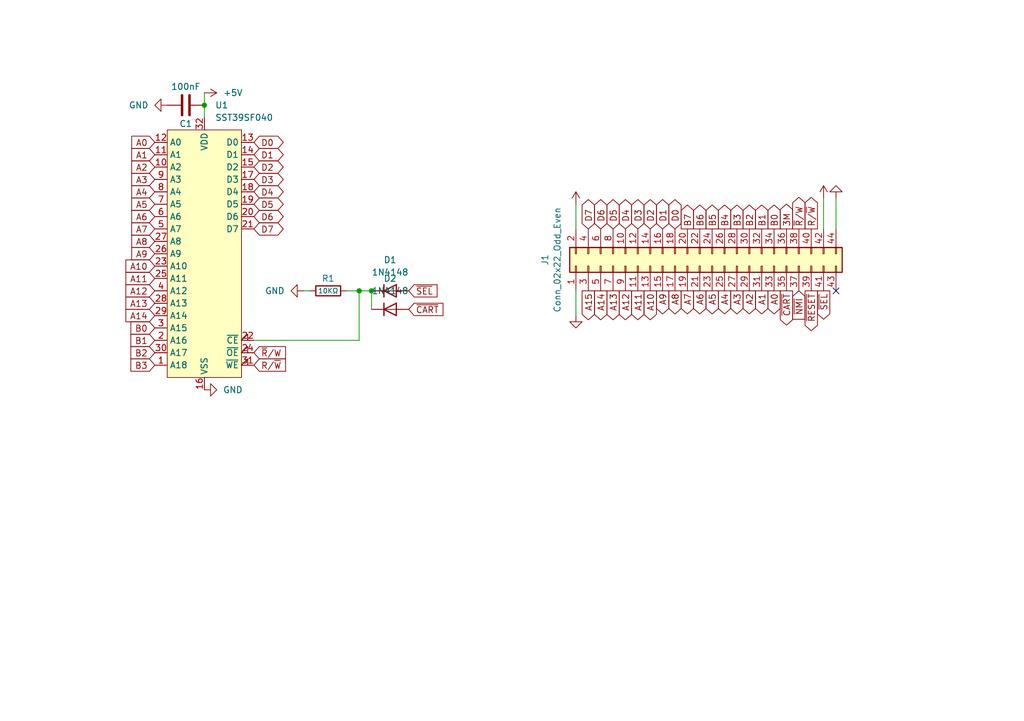
<source format=kicad_sch>
(kicad_sch (version 20230121) (generator eeschema)
  (paper "A5")
  (lib_symbols
    (symbol "Connector_Generic:Conn_02x22_Odd_Even" (pin_names (offset 1.016) hide)
      (property "Reference" "J" (at 1.27 27.94 0))
      (property "Value" "Conn_02x22_Odd_Even" (at 1.27 -30.48 0))
      (symbol "Conn_02x22_Odd_Even_1_1"
        (rectangle (start -1.27 -27.813) (end 0 -28.067) (stroke (width 0.1524)))
        (rectangle (start -1.27 -25.273) (end 0 -25.527) (stroke (width 0.1524)))
        (rectangle (start -1.27 -22.733) (end 0 -22.987) (stroke (width 0.1524)))
        (rectangle (start -1.27 -20.193) (end 0 -20.447) (stroke (width 0.1524)))
        (rectangle (start -1.27 -17.653) (end 0 -17.907) (stroke (width 0.1524)))
        (rectangle (start -1.27 -15.113) (end 0 -15.367) (stroke (width 0.1524)))
        (rectangle (start -1.27 -12.573) (end 0 -12.827) (stroke (width 0.1524)))
        (rectangle (start -1.27 -10.033) (end 0 -10.287) (stroke (width 0.1524)))
        (rectangle (start -1.27 -7.493) (end 0 -7.747) (stroke (width 0.1524)))
        (rectangle (start -1.27 -4.953) (end 0 -5.207) (stroke (width 0.1524)))
        (rectangle (start -1.27 -2.413) (end 0 -2.667) (stroke (width 0.1524)))
        (rectangle (start -1.27 0.127) (end 0 -0.127) (stroke (width 0.1524)))
        (rectangle (start -1.27 2.667) (end 0 2.413) (stroke (width 0.1524)))
        (rectangle (start -1.27 5.207) (end 0 4.953) (stroke (width 0.1524)))
        (rectangle (start -1.27 7.747) (end 0 7.493) (stroke (width 0.1524)))
        (rectangle (start -1.27 10.287) (end 0 10.033) (stroke (width 0.1524)))
        (rectangle (start -1.27 12.827) (end 0 12.573) (stroke (width 0.1524)))
        (rectangle (start -1.27 15.367) (end 0 15.113) (stroke (width 0.1524)))
        (rectangle (start -1.27 17.907) (end 0 17.653) (stroke (width 0.1524)))
        (rectangle (start -1.27 20.447) (end 0 20.193) (stroke (width 0.1524)))
        (rectangle (start -1.27 22.987) (end 0 22.733) (stroke (width 0.1524)))
        (rectangle (start -1.27 25.527) (end 0 25.273) (stroke (width 0.1524)))
        (rectangle (start -1.27 26.67) (end 3.81 -29.21) (stroke (width 0.254)) (fill (type background)))
        (rectangle (start 3.81 -27.813) (end 2.54 -28.067) (stroke (width 0.1524)))
        (rectangle (start 3.81 -25.273) (end 2.54 -25.527) (stroke (width 0.1524)))
        (rectangle (start 3.81 -22.733) (end 2.54 -22.987) (stroke (width 0.1524)))
        (rectangle (start 3.81 -20.193) (end 2.54 -20.447) (stroke (width 0.1524)))
        (rectangle (start 3.81 -17.653) (end 2.54 -17.907) (stroke (width 0.1524)))
        (rectangle (start 3.81 -15.113) (end 2.54 -15.367) (stroke (width 0.1524)))
        (rectangle (start 3.81 -12.573) (end 2.54 -12.827) (stroke (width 0.1524)))
        (rectangle (start 3.81 -10.033) (end 2.54 -10.287) (stroke (width 0.1524)))
        (rectangle (start 3.81 -7.493) (end 2.54 -7.747) (stroke (width 0.1524)))
        (rectangle (start 3.81 -4.953) (end 2.54 -5.207) (stroke (width 0.1524)))
        (rectangle (start 3.81 -2.413) (end 2.54 -2.667) (stroke (width 0.1524)))
        (rectangle (start 3.81 0.127) (end 2.54 -0.127) (stroke (width 0.1524)))
        (rectangle (start 3.81 2.667) (end 2.54 2.413) (stroke (width 0.1524)))
        (rectangle (start 3.81 5.207) (end 2.54 4.953) (stroke (width 0.1524)))
        (rectangle (start 3.81 7.747) (end 2.54 7.493) (stroke (width 0.1524)))
        (rectangle (start 3.81 10.287) (end 2.54 10.033) (stroke (width 0.1524)))
        (rectangle (start 3.81 12.827) (end 2.54 12.573) (stroke (width 0.1524)))
        (rectangle (start 3.81 15.367) (end 2.54 15.113) (stroke (width 0.1524)))
        (rectangle (start 3.81 17.907) (end 2.54 17.653) (stroke (width 0.1524)))
        (rectangle (start 3.81 20.447) (end 2.54 20.193) (stroke (width 0.1524)))
        (rectangle (start 3.81 22.987) (end 2.54 22.733) (stroke (width 0.1524)))
        (rectangle (start 3.81 25.527) (end 2.54 25.273) (stroke (width 0.1524)))
        (pin passive line (at -5.08 25.4 0) (length 3.81) (name "Pin_1") (number "1"))
        (pin passive line (at 7.62 15.24 180) (length 3.81) (name "Pin_10") (number "10"))
        (pin passive line (at -5.08 12.7 0) (length 3.81) (name "Pin_11") (number "11"))
        (pin passive line (at 7.62 12.7 180) (length 3.81) (name "Pin_12") (number "12"))
        (pin passive line (at -5.08 10.16 0) (length 3.81) (name "Pin_13") (number "13"))
        (pin passive line (at 7.62 10.16 180) (length 3.81) (name "Pin_14") (number "14"))
        (pin passive line (at -5.08 7.62 0) (length 3.81) (name "Pin_15") (number "15"))
        (pin passive line (at 7.62 7.62 180) (length 3.81) (name "Pin_16") (number "16"))
        (pin passive line (at -5.08 5.08 0) (length 3.81) (name "Pin_17") (number "17"))
        (pin passive line (at 7.62 5.08 180) (length 3.81) (name "Pin_18") (number "18"))
        (pin passive line (at -5.08 2.54 0) (length 3.81) (name "Pin_19") (number "19"))
        (pin passive line (at 7.62 25.4 180) (length 3.81) (name "Pin_2") (number "2"))
        (pin passive line (at 7.62 2.54 180) (length 3.81) (name "Pin_20") (number "20"))
        (pin passive line (at -5.08 0 0) (length 3.81) (name "Pin_21") (number "21"))
        (pin passive line (at 7.62 0 180) (length 3.81) (name "Pin_22") (number "22"))
        (pin passive line (at -5.08 -2.54 0) (length 3.81) (name "Pin_23") (number "23"))
        (pin passive line (at 7.62 -2.54 180) (length 3.81) (name "Pin_24") (number "24"))
        (pin passive line (at -5.08 -5.08 0) (length 3.81) (name "Pin_25") (number "25"))
        (pin passive line (at 7.62 -5.08 180) (length 3.81) (name "Pin_26") (number "26"))
        (pin passive line (at -5.08 -7.62 0) (length 3.81) (name "Pin_27") (number "27"))
        (pin passive line (at 7.62 -7.62 180) (length 3.81) (name "Pin_28") (number "28"))
        (pin passive line (at -5.08 -10.16 0) (length 3.81) (name "Pin_29") (number "29"))
        (pin passive line (at -5.08 22.86 0) (length 3.81) (name "Pin_3") (number "3"))
        (pin passive line (at 7.62 -10.16 180) (length 3.81) (name "Pin_30") (number "30"))
        (pin passive line (at -5.08 -12.7 0) (length 3.81) (name "Pin_31") (number "31"))
        (pin passive line (at 7.62 -12.7 180) (length 3.81) (name "Pin_32") (number "32"))
        (pin passive line (at -5.08 -15.24 0) (length 3.81) (name "Pin_33") (number "33"))
        (pin passive line (at 7.62 -15.24 180) (length 3.81) (name "Pin_34") (number "34"))
        (pin passive line (at -5.08 -17.78 0) (length 3.81) (name "Pin_35") (number "35"))
        (pin passive line (at 7.62 -17.78 180) (length 3.81) (name "Pin_36") (number "36"))
        (pin passive line (at -5.08 -20.32 0) (length 3.81) (name "Pin_37") (number "37"))
        (pin passive line (at 7.62 -20.32 180) (length 3.81) (name "Pin_38") (number "38"))
        (pin passive line (at -5.08 -22.86 0) (length 3.81) (name "Pin_39") (number "39"))
        (pin passive line (at 7.62 22.86 180) (length 3.81) (name "Pin_4") (number "4"))
        (pin passive line (at 7.62 -22.86 180) (length 3.81) (name "Pin_40") (number "40"))
        (pin passive line (at -5.08 -25.4 0) (length 3.81) (name "Pin_41") (number "41"))
        (pin passive line (at 7.62 -25.4 180) (length 3.81) (name "Pin_42") (number "42"))
        (pin passive line (at -5.08 -27.94 0) (length 3.81) (name "Pin_43") (number "43"))
        (pin passive line (at 7.62 -27.94 180) (length 3.81) (name "Pin_44") (number "44"))
        (pin passive line (at -5.08 20.32 0) (length 3.81) (name "Pin_5") (number "5"))
        (pin passive line (at 7.62 20.32 180) (length 3.81) (name "Pin_6") (number "6"))
        (pin passive line (at -5.08 17.78 0) (length 3.81) (name "Pin_7") (number "7"))
        (pin passive line (at 7.62 17.78 180) (length 3.81) (name "Pin_8") (number "8"))
        (pin passive line (at -5.08 15.24 0) (length 3.81) (name "Pin_9") (number "9"))
      )
    )
    (symbol "Device:C" (pin_numbers hide) (pin_names (offset 0.254))
      (property "Reference" "C" (at 0.635 2.54 0))
      (property "Value" "C" (at 0.635 -2.54 0))
      (symbol "C_0_1"
        (polyline (pts (xy -2.032 -0.762) (xy 2.032 -0.762)) (stroke (width 0.508)))
        (polyline (pts (xy -2.032 0.762) (xy 2.032 0.762)) (stroke (width 0.508)))
      )
      (symbol "C_1_1"
        (pin passive line (at 0 3.81 270) (length 2.794) (name "~") (number "1"))
        (pin passive line (at 0 -3.81 90) (length 2.794) (name "~") (number "2"))
      )
    )
    (symbol "Device:R" (pin_numbers hide) (pin_names (offset 0))
      (property "Reference" "R" (at 2.032 0 90))
      (property "Value" "R" (at 0 0 90))
      (symbol "R_0_1"
        (rectangle (start -1.016 -2.54) (end 1.016 2.54) (stroke (width 0.254)))
      )
      (symbol "R_1_1"
        (pin passive line (at 0 3.81 270) (length 1.27) (name "~") (number "1"))
        (pin passive line (at 0 -3.81 90) (length 1.27) (name "~") (number "2"))
      )
    )
    (symbol "Diode:1N4148" (pin_numbers hide) (pin_names hide)
      (property "Reference" "D" (at 0 2.54 0))
      (property "Value" "1N4148" (at 0 -2.54 0))
      (symbol "1N4148_0_1"
        (polyline (pts (xy -1.27 1.27) (xy -1.27 -1.27)) (stroke (width 0.254)))
        (polyline (pts (xy 1.27 0) (xy -1.27 0)))
        (polyline (pts (xy 1.27 1.27) (xy 1.27 -1.27) (xy -1.27 0) (xy 1.27 1.27)) (stroke (width 0.254)))
      )
      (symbol "1N4148_1_1"
        (pin passive line (at -3.81 0 0) (length 2.54) (name "K") (number "1"))
        (pin passive line (at 3.81 0 180) (length 2.54) (name "A") (number "2"))
      )
    )
    (symbol "Memory_Lib:SST39SF040"
      (property "Reference" "U" (at 11.43 54.61 0))
      (property "Value" "SST39SF040" (at 19.05 52.07 0))
      (symbol "SST39SF040_1_1"
        (rectangle (start 0 50.8) (end 15.24 0) (fill (type background)))
        (pin input line (at -2.54 2.54 0) (length 2.54) (name "A18") (number "1"))
        (pin input line (at -2.54 43.18 0) (length 2.54) (name "A2") (number "10"))
        (pin input line (at -2.54 45.72 0) (length 2.54) (name "A1") (number "11"))
        (pin input line (at -2.54 48.26 0) (length 2.54) (name "A0") (number "12"))
        (pin bidirectional line (at 17.78 48.26 180) (length 2.54) (name "D0") (number "13"))
        (pin bidirectional line (at 17.78 45.72 180) (length 2.54) (name "D1") (number "14"))
        (pin bidirectional line (at 17.78 43.18 180) (length 2.54) (name "D2") (number "15"))
        (pin power_in line (at 7.62 -2.54 90) (length 2.54) (name "VSS") (number "16"))
        (pin bidirectional line (at 17.78 40.64 180) (length 2.54) (name "D3") (number "17"))
        (pin bidirectional line (at 17.78 38.1 180) (length 2.54) (name "D4") (number "18"))
        (pin bidirectional line (at 17.78 35.56 180) (length 2.54) (name "D5") (number "19"))
        (pin input line (at -2.54 7.62 0) (length 2.54) (name "A16") (number "2"))
        (pin bidirectional line (at 17.78 33.02 180) (length 2.54) (name "D6") (number "20"))
        (pin bidirectional line (at 17.78 30.48 180) (length 2.54) (name "D7") (number "21"))
        (pin input input_low (at 17.78 7.62 180) (length 2.54) (name "~{CE}") (number "22"))
        (pin input line (at -2.54 22.86 0) (length 2.54) (name "A10") (number "23"))
        (pin input input_low (at 17.78 5.08 180) (length 2.54) (name "~{OE}") (number "24"))
        (pin input line (at -2.54 20.32 0) (length 2.54) (name "A11") (number "25"))
        (pin input line (at -2.54 25.4 0) (length 2.54) (name "A9") (number "26"))
        (pin input line (at -2.54 27.94 0) (length 2.54) (name "A8") (number "27"))
        (pin input line (at -2.54 15.24 0) (length 2.54) (name "A13") (number "28"))
        (pin input line (at -2.54 12.7 0) (length 2.54) (name "A14") (number "29"))
        (pin input line (at -2.54 10.16 0) (length 2.54) (name "A15") (number "3"))
        (pin input line (at -2.54 5.08 0) (length 2.54) (name "A17") (number "30"))
        (pin input input_low (at 17.78 2.54 180) (length 2.54) (name "~{WE}") (number "31"))
        (pin power_in line (at 7.62 53.34 270) (length 2.54) (name "VDD") (number "32"))
        (pin input line (at -2.54 17.78 0) (length 2.54) (name "A12") (number "4"))
        (pin input line (at -2.54 30.48 0) (length 2.54) (name "A7") (number "5"))
        (pin input line (at -2.54 33.02 0) (length 2.54) (name "A6") (number "6"))
        (pin input line (at -2.54 35.56 0) (length 2.54) (name "A5") (number "7"))
        (pin input line (at -2.54 38.1 0) (length 2.54) (name "A4") (number "8"))
        (pin input line (at -2.54 40.64 0) (length 2.54) (name "A3") (number "9"))
      )
    )
    (symbol "power:+5V" (power) (pin_names (offset 0))
      (property "Value" "+5V" (at 0 3.556 0))
      (symbol "+5V_0_1"
        (polyline (pts (xy -0.762 1.27) (xy 0 2.54)))
        (polyline (pts (xy 0 0) (xy 0 2.54)))
        (polyline (pts (xy 0 2.54) (xy 0.762 1.27)))
      )
      (symbol "+5V_1_1"
        (pin power_in line (at 0 0 90) (length 0) hide (name "+5V") (number "1"))
      )
    )
    (symbol "power:GND" (power) (pin_names (offset 0))
      (property "Value" "GND" (at 0 -3.81 0))
      (symbol "GND_0_1"
        (polyline (pts (xy 0 0) (xy 0 -1.27) (xy 1.27 -1.27) (xy 0 -2.54) (xy -1.27 -1.27) (xy 0 -1.27)))
      )
      (symbol "GND_1_1"
        (pin power_in line (at 0 0 270) (length 0) hide (name "GND") (number "1"))
      )
    )
  )
  (junction (at 76.2 59.69))
  (junction (at 73.66 59.69))
  (junction (at 41.91 21.59))
  (no_connect (at 171.45 59.69))
  (wire (pts (xy 52.07 69.85) (xy 73.66 69.85)))
  (wire (pts (xy 118.11 41.91) (xy 118.11 46.99)))
  (wire (pts (xy 41.91 21.59) (xy 41.91 24.13)))
  (wire (pts (xy 76.2 59.69) (xy 76.2 63.5)))
  (wire (pts (xy 71.12 59.69) (xy 73.66 59.69)))
  (wire (pts (xy 73.66 59.69) (xy 76.2 59.69)))
  (wire (pts (xy 168.91 40.64) (xy 168.91 46.99)))
  (wire (pts (xy 63.5 59.69) (xy 62.23 59.69)))
  (wire (pts (xy 171.45 40.64) (xy 171.45 46.99)))
  (wire (pts (xy 73.66 69.85) (xy 73.66 59.69)))
  (wire (pts (xy 118.11 64.77) (xy 118.11 59.69)))
  (wire (pts (xy 41.91 19.05) (xy 41.91 21.59)))
  (global_label "A3" (shape output) (at 151.13 59.69 270) (property "Intersheetrefs" "${INTERSHEET_REFS}" (effects hide)))
  (global_label "A8" (shape input) (at 31.75 49.53 180) (property "Intersheetrefs" "${INTERSHEET_REFS}" (effects hide)))
  (global_label "D0" (shape bidirectional) (at 52.07 29.21 0) (property "Intersheetrefs" "${INTERSHEET_REFS}" (effects hide)))
  (global_label "A11" (shape output) (at 130.81 59.69 270) (property "Intersheetrefs" "${INTERSHEET_REFS}" (effects hide)))
  (global_label "A6" (shape input) (at 31.75 44.45 180) (property "Intersheetrefs" "${INTERSHEET_REFS}" (effects hide)))
  (global_label "D4" (shape bidirectional) (at 52.07 39.37 0) (property "Intersheetrefs" "${INTERSHEET_REFS}" (effects hide)))
  (global_label "A4" (shape output) (at 148.59 59.69 270) (property "Intersheetrefs" "${INTERSHEET_REFS}" (effects hide)))
  (global_label "D2" (shape bidirectional) (at 52.07 34.29 0) (property "Intersheetrefs" "${INTERSHEET_REFS}" (effects hide)))
  (global_label "D1" (shape bidirectional) (at 52.07 31.75 0) (property "Intersheetrefs" "${INTERSHEET_REFS}" (effects hide)))
  (global_label "D3" (shape bidirectional) (at 130.81 46.99 90) (property "Intersheetrefs" "${INTERSHEET_REFS}" (effects hide)))
  (global_label "R{slash}~{W}" (shape output) (at 166.37 46.99 90) (property "Intersheetrefs" "${INTERSHEET_REFS}" (effects hide)))
  (global_label "D4" (shape bidirectional) (at 128.27 46.99 90) (property "Intersheetrefs" "${INTERSHEET_REFS}" (effects hide)))
  (global_label "A7" (shape input) (at 31.75 46.99 180) (property "Intersheetrefs" "${INTERSHEET_REFS}" (effects hide)))
  (global_label "R{slash}~{W}" (shape input) (at 52.07 74.93 0) (property "Intersheetrefs" "${INTERSHEET_REFS}" (effects hide)))
  (global_label "~{CART}" (shape output) (at 161.29 59.69 270) (property "Intersheetrefs" "${INTERSHEET_REFS}" (effects hide)))
  (global_label "A0" (shape input) (at 31.75 29.21 180) (property "Intersheetrefs" "${INTERSHEET_REFS}" (effects hide)))
  (global_label "A4" (shape input) (at 31.75 39.37 180) (property "Intersheetrefs" "${INTERSHEET_REFS}" (effects hide)))
  (global_label "~{R}{slash}W" (shape output) (at 163.83 46.99 90) (property "Intersheetrefs" "${INTERSHEET_REFS}" (effects hide)))
  (global_label "A13" (shape output) (at 125.73 59.69 270) (property "Intersheetrefs" "${INTERSHEET_REFS}" (effects hide)))
  (global_label "A0" (shape output) (at 158.75 59.69 270) (property "Intersheetrefs" "${INTERSHEET_REFS}" (effects hide)))
  (global_label "~{CART}" (shape input) (at 83.82 63.5 0) (property "Intersheetrefs" "${INTERSHEET_REFS}" (effects hide)))
  (global_label "D7" (shape bidirectional) (at 120.65 46.99 90) (property "Intersheetrefs" "${INTERSHEET_REFS}" (effects hide)))
  (global_label "B4" (shape output) (at 148.59 46.99 90) (property "Intersheetrefs" "${INTERSHEET_REFS}" (effects hide)))
  (global_label "B2" (shape input) (at 31.75 72.39 180) (property "Intersheetrefs" "${INTERSHEET_REFS}" (effects hide)))
  (global_label "A2" (shape output) (at 153.67 59.69 270) (property "Intersheetrefs" "${INTERSHEET_REFS}" (effects hide)))
  (global_label "~{SEL}" (shape output) (at 168.91 59.69 270) (property "Intersheetrefs" "${INTERSHEET_REFS}" (effects hide)))
  (global_label "B0" (shape input) (at 31.75 67.31 180) (property "Intersheetrefs" "${INTERSHEET_REFS}" (effects hide)))
  (global_label "A5" (shape input) (at 31.75 41.91 180) (property "Intersheetrefs" "${INTERSHEET_REFS}" (effects hide)))
  (global_label "B0" (shape output) (at 158.75 46.99 90) (property "Intersheetrefs" "${INTERSHEET_REFS}" (effects hide)))
  (global_label "A6" (shape output) (at 143.51 59.69 270) (property "Intersheetrefs" "${INTERSHEET_REFS}" (effects hide)))
  (global_label "A1" (shape input) (at 31.75 31.75 180) (property "Intersheetrefs" "${INTERSHEET_REFS}" (effects hide)))
  (global_label "~{R}{slash}W" (shape input) (at 52.07 72.39 0) (property "Intersheetrefs" "${INTERSHEET_REFS}" (effects hide)))
  (global_label "D1" (shape bidirectional) (at 135.89 46.99 90) (property "Intersheetrefs" "${INTERSHEET_REFS}" (effects hide)))
  (global_label "B7" (shape output) (at 140.97 46.99 90) (property "Intersheetrefs" "${INTERSHEET_REFS}" (effects hide)))
  (global_label "D3" (shape bidirectional) (at 52.07 36.83 0) (property "Intersheetrefs" "${INTERSHEET_REFS}" (effects hide)))
  (global_label "D7" (shape bidirectional) (at 52.07 46.99 0) (property "Intersheetrefs" "${INTERSHEET_REFS}" (effects hide)))
  (global_label "A12" (shape output) (at 128.27 59.69 270) (property "Intersheetrefs" "${INTERSHEET_REFS}" (effects hide)))
  (global_label "A12" (shape input) (at 31.75 59.69 180) (property "Intersheetrefs" "${INTERSHEET_REFS}" (effects hide)))
  (global_label "B2" (shape output) (at 153.67 46.99 90) (property "Intersheetrefs" "${INTERSHEET_REFS}" (effects hide)))
  (global_label "B1" (shape output) (at 156.21 46.99 90) (property "Intersheetrefs" "${INTERSHEET_REFS}" (effects hide)))
  (global_label "D5" (shape bidirectional) (at 52.07 41.91 0) (property "Intersheetrefs" "${INTERSHEET_REFS}" (effects hide)))
  (global_label "A14" (shape input) (at 31.75 64.77 180) (property "Intersheetrefs" "${INTERSHEET_REFS}" (effects hide)))
  (global_label "A15" (shape output) (at 120.65 59.69 270) (property "Intersheetrefs" "${INTERSHEET_REFS}" (effects hide)))
  (global_label "A7" (shape output) (at 140.97 59.69 270) (property "Intersheetrefs" "${INTERSHEET_REFS}" (effects hide)))
  (global_label "D2" (shape bidirectional) (at 133.35 46.99 90) (property "Intersheetrefs" "${INTERSHEET_REFS}" (effects hide)))
  (global_label "A8" (shape output) (at 138.43 59.69 270) (property "Intersheetrefs" "${INTERSHEET_REFS}" (effects hide)))
  (global_label "B6" (shape output) (at 143.51 46.99 90) (property "Intersheetrefs" "${INTERSHEET_REFS}" (effects hide)))
  (global_label "A9" (shape output) (at 135.89 59.69 270) (property "Intersheetrefs" "${INTERSHEET_REFS}" (effects hide)))
  (global_label "A1" (shape output) (at 156.21 59.69 270) (property "Intersheetrefs" "${INTERSHEET_REFS}" (effects hide)))
  (global_label "D5" (shape bidirectional) (at 125.73 46.99 90) (property "Intersheetrefs" "${INTERSHEET_REFS}" (effects hide)))
  (global_label "~{RESET}" (shape output) (at 166.37 59.69 270) (property "Intersheetrefs" "${INTERSHEET_REFS}" (effects hide)))
  (global_label "D6" (shape bidirectional) (at 123.19 46.99 90) (property "Intersheetrefs" "${INTERSHEET_REFS}" (effects hide)))
  (global_label "A9" (shape input) (at 31.75 52.07 180) (property "Intersheetrefs" "${INTERSHEET_REFS}" (effects hide)))
  (global_label "~{NMI}" (shape input) (at 163.83 59.69 270) (property "Intersheetrefs" "${INTERSHEET_REFS}" (effects hide)))
  (global_label "A10" (shape output) (at 133.35 59.69 270) (property "Intersheetrefs" "${INTERSHEET_REFS}" (effects hide)))
  (global_label "B3" (shape input) (at 31.75 74.93 180) (property "Intersheetrefs" "${INTERSHEET_REFS}" (effects hide)))
  (global_label "A14" (shape output) (at 123.19 59.69 270) (property "Intersheetrefs" "${INTERSHEET_REFS}" (effects hide)))
  (global_label "D6" (shape bidirectional) (at 52.07 44.45 0) (property "Intersheetrefs" "${INTERSHEET_REFS}" (effects hide)))
  (global_label "A5" (shape output) (at 146.05 59.69 270) (property "Intersheetrefs" "${INTERSHEET_REFS}" (effects hide)))
  (global_label "B1" (shape input) (at 31.75 69.85 180) (property "Intersheetrefs" "${INTERSHEET_REFS}" (effects hide)))
  (global_label "3M" (shape output) (at 161.29 46.99 90) (property "Intersheetrefs" "${INTERSHEET_REFS}" (effects hide)))
  (global_label "A11" (shape input) (at 31.75 57.15 180) (property "Intersheetrefs" "${INTERSHEET_REFS}" (effects hide)))
  (global_label "A10" (shape input) (at 31.75 54.61 180) (property "Intersheetrefs" "${INTERSHEET_REFS}" (effects hide)))
  (global_label "B3" (shape output) (at 151.13 46.99 90) (property "Intersheetrefs" "${INTERSHEET_REFS}" (effects hide)))
  (global_label "B5" (shape output) (at 146.05 46.99 90) (property "Intersheetrefs" "${INTERSHEET_REFS}" (effects hide)))
  (global_label "D0" (shape bidirectional) (at 138.43 46.99 90) (property "Intersheetrefs" "${INTERSHEET_REFS}" (effects hide)))
  (global_label "A13" (shape input) (at 31.75 62.23 180) (property "Intersheetrefs" "${INTERSHEET_REFS}" (effects hide)))
  (global_label "~{SEL}" (shape input) (at 83.82 59.69 0) (property "Intersheetrefs" "${INTERSHEET_REFS}" (effects hide)))
  (global_label "A3" (shape input) (at 31.75 36.83 180) (property "Intersheetrefs" "${INTERSHEET_REFS}" (effects hide)))
  (global_label "A2" (shape input) (at 31.75 34.29 180) (property "Intersheetrefs" "${INTERSHEET_REFS}" (effects hide)))
  (symbol (lib_id "Connector_Generic:Conn_02x22_Odd_Even") (at 143.51 54.61 90) (unit 1)
    (property "Reference" "J1" (at 111.76 53.34 0))
    (property "Value" "Conn_02x22_Odd_Even" (at 114.3 53.34 0))
    (property "Footprint" "Smal:KITTY_Cart_Edge" (effects hide))
  )
  (symbol (lib_id "Device:C") (at 38.1 21.59 90) (unit 1)
    (property "Reference" "C1" (at 38.1 25.4 90))
    (property "Value" "100nF" (at 38.1 17.78 90))
    (property "Footprint" "Capacitor_THT:C_Disc_D3.0mm_W1.6mm_P2.50mm" (effects hide))
  )
  (symbol (lib_id "power:GND") (at 62.23 59.69 270) (unit 1)
    (property "Reference" "#PWR04" (effects hide))
    (property "Value" "GND" (at 58.42 59.69 90) (effects (justify right)))
  )
  (symbol (lib_id "power:GND") (at 171.45 40.64 180) (unit 1)
    (property "Reference" "#PWR07" (effects hide))
    (property "Value" "GND" (effects hide))
  )
  (symbol (lib_id "Diode:1N4148") (at 80.01 63.5 0) (unit 1)
    (property "Reference" "D2" (at 80.01 57.15 0))
    (property "Value" "1N4148" (at 80.01 59.69 0))
    (property "Footprint" "Diode_THT:D_DO-35_SOD27_P7.62mm_Horizontal" (effects hide))
    (property "Datasheet" "https://assets.nexperia.com/documents/data-sheet/1N4148_1N4448.pdf" (effects hide))
    (property "Sim.Device" "D" (effects hide))
    (property "Sim.Pins" "1=K 2=A" (effects hide))
  )
  (symbol (lib_id "Device:R") (at 67.31 59.69 90) (unit 1)
    (property "Reference" "R1" (at 67.31 57.15 90))
    (property "Value" "10KΩ" (at 67.31 59.69 90) (effects (font (size 1 1))))
    (property "Footprint" "Resistor_THT:R_Axial_DIN0204_L3.6mm_D1.6mm_P7.62mm_Horizontal" (effects hide))
  )
  (symbol (lib_id "power:+5V") (at 168.91 40.64 0) (unit 1)
    (property "Reference" "#PWR08" (effects hide))
    (property "Value" "+5V" (effects hide))
  )
  (symbol (lib_id "power:GND") (at 34.29 21.59 270) (unit 1)
    (property "Reference" "#PWR01" (effects hide))
    (property "Value" "GND" (at 30.48 21.59 90) (effects (justify right)))
  )
  (symbol (lib_id "power:+5V") (at 41.91 19.05 270) (unit 1)
    (property "Reference" "#PWR02" (effects hide))
    (property "Value" "+5V" (at 45.72 19.05 90) (effects (justify left)))
  )
  (symbol (lib_id "power:GND") (at 41.91 80.01 90) (unit 1)
    (property "Reference" "#PWR03" (effects hide))
    (property "Value" "GND" (at 45.72 80.01 90) (effects (justify right)))
  )
  (symbol (lib_id "power:+5V") (at 118.11 41.91 0) (unit 1)
    (property "Reference" "#PWR05" (effects hide))
    (property "Value" "+5V" (effects hide))
  )
  (symbol (lib_id "power:GND") (at 118.11 64.77 0) (unit 1)
    (property "Reference" "#PWR06" (effects hide))
    (property "Value" "GND" (effects hide))
  )
  (symbol (lib_id "Diode:1N4148") (at 80.01 59.69 0) (unit 1)
    (property "Reference" "D1" (at 80.01 53.34 0))
    (property "Value" "1N4148" (at 80.01 55.88 0))
    (property "Footprint" "Diode_THT:D_DO-35_SOD27_P7.62mm_Horizontal" (effects hide))
    (property "Datasheet" "https://assets.nexperia.com/documents/data-sheet/1N4148_1N4448.pdf" (effects hide))
    (property "Sim.Device" "D" (effects hide))
    (property "Sim.Pins" "1=K 2=A" (effects hide))
  )
  (symbol (lib_id "Memory_Lib:SST39SF040") (at 34.29 77.47 0) (unit 1)
    (property "Reference" "U1" (at 44.1041 21.59 0) (effects (justify left)))
    (property "Value" "SST39SF040" (at 44.1041 24.13 0) (effects (justify left)))
    (property "Footprint" "PCM_Package_LCC_AKL:PLCC-32_THT-Socket" (effects hide))
    (property "Datasheet" "https://ww1.microchip.com/downloads/aemDocuments/documents/OTH/ProductDocuments/DataSheets/20005022C.pdf" (effects hide))
  )
)
</source>
